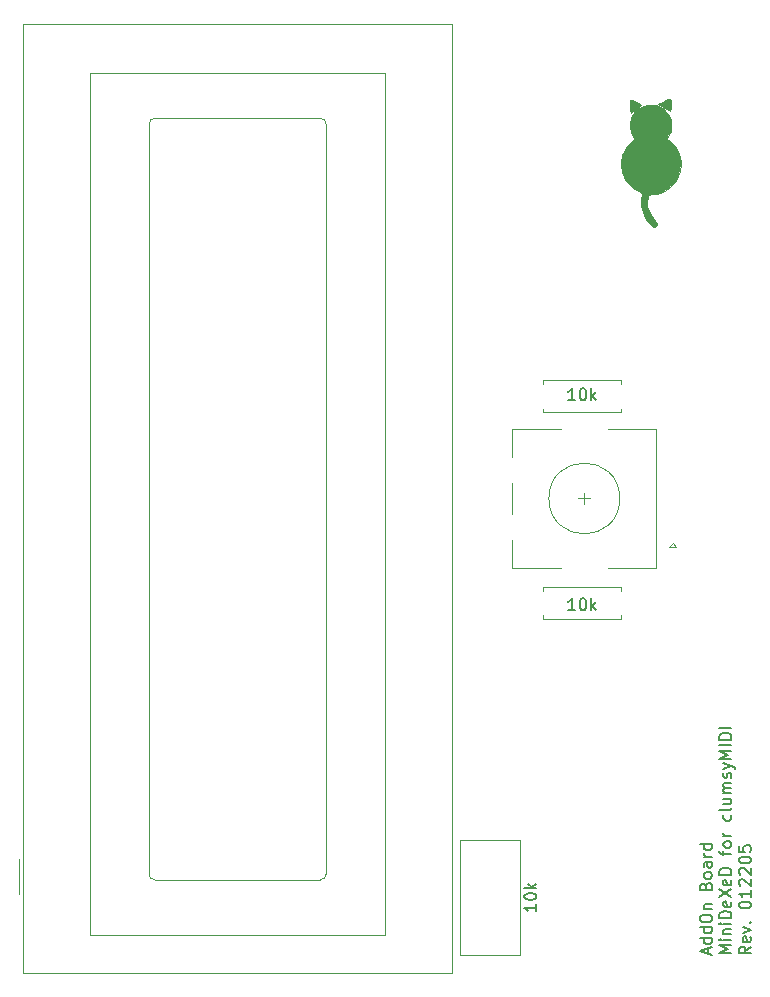
<source format=gto>
G04 #@! TF.GenerationSoftware,KiCad,Pcbnew,(5.1.9)-1*
G04 #@! TF.CreationDate,2022-05-06T12:13:32+02:00*
G04 #@! TF.ProjectId,cluimsyMIDI AddOn,636c7569-6d73-4794-9d49-444920416464,rev?*
G04 #@! TF.SameCoordinates,Original*
G04 #@! TF.FileFunction,Legend,Top*
G04 #@! TF.FilePolarity,Positive*
%FSLAX46Y46*%
G04 Gerber Fmt 4.6, Leading zero omitted, Abs format (unit mm)*
G04 Created by KiCad (PCBNEW (5.1.9)-1) date 2022-05-06 12:13:32*
%MOMM*%
%LPD*%
G01*
G04 APERTURE LIST*
%ADD10C,0.150000*%
%ADD11C,0.010000*%
%ADD12C,0.120000*%
G04 APERTURE END LIST*
D10*
X69636666Y-61942023D02*
X69636666Y-61465833D01*
X69922380Y-62037261D02*
X68922380Y-61703928D01*
X69922380Y-61370595D01*
X69922380Y-60608690D02*
X68922380Y-60608690D01*
X69874761Y-60608690D02*
X69922380Y-60703928D01*
X69922380Y-60894404D01*
X69874761Y-60989642D01*
X69827142Y-61037261D01*
X69731904Y-61084880D01*
X69446190Y-61084880D01*
X69350952Y-61037261D01*
X69303333Y-60989642D01*
X69255714Y-60894404D01*
X69255714Y-60703928D01*
X69303333Y-60608690D01*
X69922380Y-59703928D02*
X68922380Y-59703928D01*
X69874761Y-59703928D02*
X69922380Y-59799166D01*
X69922380Y-59989642D01*
X69874761Y-60084880D01*
X69827142Y-60132500D01*
X69731904Y-60180119D01*
X69446190Y-60180119D01*
X69350952Y-60132500D01*
X69303333Y-60084880D01*
X69255714Y-59989642D01*
X69255714Y-59799166D01*
X69303333Y-59703928D01*
X68922380Y-59037261D02*
X68922380Y-58846785D01*
X68970000Y-58751547D01*
X69065238Y-58656309D01*
X69255714Y-58608690D01*
X69589047Y-58608690D01*
X69779523Y-58656309D01*
X69874761Y-58751547D01*
X69922380Y-58846785D01*
X69922380Y-59037261D01*
X69874761Y-59132500D01*
X69779523Y-59227738D01*
X69589047Y-59275357D01*
X69255714Y-59275357D01*
X69065238Y-59227738D01*
X68970000Y-59132500D01*
X68922380Y-59037261D01*
X69255714Y-58180119D02*
X69922380Y-58180119D01*
X69350952Y-58180119D02*
X69303333Y-58132500D01*
X69255714Y-58037261D01*
X69255714Y-57894404D01*
X69303333Y-57799166D01*
X69398571Y-57751547D01*
X69922380Y-57751547D01*
X69398571Y-56180119D02*
X69446190Y-56037261D01*
X69493809Y-55989642D01*
X69589047Y-55942023D01*
X69731904Y-55942023D01*
X69827142Y-55989642D01*
X69874761Y-56037261D01*
X69922380Y-56132500D01*
X69922380Y-56513452D01*
X68922380Y-56513452D01*
X68922380Y-56180119D01*
X68970000Y-56084880D01*
X69017619Y-56037261D01*
X69112857Y-55989642D01*
X69208095Y-55989642D01*
X69303333Y-56037261D01*
X69350952Y-56084880D01*
X69398571Y-56180119D01*
X69398571Y-56513452D01*
X69922380Y-55370595D02*
X69874761Y-55465833D01*
X69827142Y-55513452D01*
X69731904Y-55561071D01*
X69446190Y-55561071D01*
X69350952Y-55513452D01*
X69303333Y-55465833D01*
X69255714Y-55370595D01*
X69255714Y-55227738D01*
X69303333Y-55132500D01*
X69350952Y-55084880D01*
X69446190Y-55037261D01*
X69731904Y-55037261D01*
X69827142Y-55084880D01*
X69874761Y-55132500D01*
X69922380Y-55227738D01*
X69922380Y-55370595D01*
X69922380Y-54180119D02*
X69398571Y-54180119D01*
X69303333Y-54227738D01*
X69255714Y-54322976D01*
X69255714Y-54513452D01*
X69303333Y-54608690D01*
X69874761Y-54180119D02*
X69922380Y-54275357D01*
X69922380Y-54513452D01*
X69874761Y-54608690D01*
X69779523Y-54656309D01*
X69684285Y-54656309D01*
X69589047Y-54608690D01*
X69541428Y-54513452D01*
X69541428Y-54275357D01*
X69493809Y-54180119D01*
X69922380Y-53703928D02*
X69255714Y-53703928D01*
X69446190Y-53703928D02*
X69350952Y-53656309D01*
X69303333Y-53608690D01*
X69255714Y-53513452D01*
X69255714Y-53418214D01*
X69922380Y-52656309D02*
X68922380Y-52656309D01*
X69874761Y-52656309D02*
X69922380Y-52751547D01*
X69922380Y-52942023D01*
X69874761Y-53037261D01*
X69827142Y-53084880D01*
X69731904Y-53132500D01*
X69446190Y-53132500D01*
X69350952Y-53084880D01*
X69303333Y-53037261D01*
X69255714Y-52942023D01*
X69255714Y-52751547D01*
X69303333Y-52656309D01*
X71572380Y-61894404D02*
X70572380Y-61894404D01*
X71286666Y-61561071D01*
X70572380Y-61227738D01*
X71572380Y-61227738D01*
X71572380Y-60751547D02*
X70905714Y-60751547D01*
X70572380Y-60751547D02*
X70620000Y-60799166D01*
X70667619Y-60751547D01*
X70620000Y-60703928D01*
X70572380Y-60751547D01*
X70667619Y-60751547D01*
X70905714Y-60275357D02*
X71572380Y-60275357D01*
X71000952Y-60275357D02*
X70953333Y-60227738D01*
X70905714Y-60132500D01*
X70905714Y-59989642D01*
X70953333Y-59894404D01*
X71048571Y-59846785D01*
X71572380Y-59846785D01*
X71572380Y-59370595D02*
X70905714Y-59370595D01*
X70572380Y-59370595D02*
X70620000Y-59418214D01*
X70667619Y-59370595D01*
X70620000Y-59322976D01*
X70572380Y-59370595D01*
X70667619Y-59370595D01*
X71572380Y-58894404D02*
X70572380Y-58894404D01*
X70572380Y-58656309D01*
X70620000Y-58513452D01*
X70715238Y-58418214D01*
X70810476Y-58370595D01*
X71000952Y-58322976D01*
X71143809Y-58322976D01*
X71334285Y-58370595D01*
X71429523Y-58418214D01*
X71524761Y-58513452D01*
X71572380Y-58656309D01*
X71572380Y-58894404D01*
X71524761Y-57513452D02*
X71572380Y-57608690D01*
X71572380Y-57799166D01*
X71524761Y-57894404D01*
X71429523Y-57942023D01*
X71048571Y-57942023D01*
X70953333Y-57894404D01*
X70905714Y-57799166D01*
X70905714Y-57608690D01*
X70953333Y-57513452D01*
X71048571Y-57465833D01*
X71143809Y-57465833D01*
X71239047Y-57942023D01*
X70572380Y-57132500D02*
X71572380Y-56465833D01*
X70572380Y-56465833D02*
X71572380Y-57132500D01*
X71524761Y-55703928D02*
X71572380Y-55799166D01*
X71572380Y-55989642D01*
X71524761Y-56084880D01*
X71429523Y-56132500D01*
X71048571Y-56132500D01*
X70953333Y-56084880D01*
X70905714Y-55989642D01*
X70905714Y-55799166D01*
X70953333Y-55703928D01*
X71048571Y-55656309D01*
X71143809Y-55656309D01*
X71239047Y-56132500D01*
X71572380Y-55227738D02*
X70572380Y-55227738D01*
X70572380Y-54989642D01*
X70620000Y-54846785D01*
X70715238Y-54751547D01*
X70810476Y-54703928D01*
X71000952Y-54656309D01*
X71143809Y-54656309D01*
X71334285Y-54703928D01*
X71429523Y-54751547D01*
X71524761Y-54846785D01*
X71572380Y-54989642D01*
X71572380Y-55227738D01*
X70905714Y-53608690D02*
X70905714Y-53227738D01*
X71572380Y-53465833D02*
X70715238Y-53465833D01*
X70620000Y-53418214D01*
X70572380Y-53322976D01*
X70572380Y-53227738D01*
X71572380Y-52751547D02*
X71524761Y-52846785D01*
X71477142Y-52894404D01*
X71381904Y-52942023D01*
X71096190Y-52942023D01*
X71000952Y-52894404D01*
X70953333Y-52846785D01*
X70905714Y-52751547D01*
X70905714Y-52608690D01*
X70953333Y-52513452D01*
X71000952Y-52465833D01*
X71096190Y-52418214D01*
X71381904Y-52418214D01*
X71477142Y-52465833D01*
X71524761Y-52513452D01*
X71572380Y-52608690D01*
X71572380Y-52751547D01*
X71572380Y-51989642D02*
X70905714Y-51989642D01*
X71096190Y-51989642D02*
X71000952Y-51942023D01*
X70953333Y-51894404D01*
X70905714Y-51799166D01*
X70905714Y-51703928D01*
X71524761Y-50180119D02*
X71572380Y-50275357D01*
X71572380Y-50465833D01*
X71524761Y-50561071D01*
X71477142Y-50608690D01*
X71381904Y-50656309D01*
X71096190Y-50656309D01*
X71000952Y-50608690D01*
X70953333Y-50561071D01*
X70905714Y-50465833D01*
X70905714Y-50275357D01*
X70953333Y-50180119D01*
X71572380Y-49608690D02*
X71524761Y-49703928D01*
X71429523Y-49751547D01*
X70572380Y-49751547D01*
X70905714Y-48799166D02*
X71572380Y-48799166D01*
X70905714Y-49227738D02*
X71429523Y-49227738D01*
X71524761Y-49180119D01*
X71572380Y-49084880D01*
X71572380Y-48942023D01*
X71524761Y-48846785D01*
X71477142Y-48799166D01*
X71572380Y-48322976D02*
X70905714Y-48322976D01*
X71000952Y-48322976D02*
X70953333Y-48275357D01*
X70905714Y-48180119D01*
X70905714Y-48037261D01*
X70953333Y-47942023D01*
X71048571Y-47894404D01*
X71572380Y-47894404D01*
X71048571Y-47894404D02*
X70953333Y-47846785D01*
X70905714Y-47751547D01*
X70905714Y-47608690D01*
X70953333Y-47513452D01*
X71048571Y-47465833D01*
X71572380Y-47465833D01*
X71524761Y-47037261D02*
X71572380Y-46942023D01*
X71572380Y-46751547D01*
X71524761Y-46656309D01*
X71429523Y-46608690D01*
X71381904Y-46608690D01*
X71286666Y-46656309D01*
X71239047Y-46751547D01*
X71239047Y-46894404D01*
X71191428Y-46989642D01*
X71096190Y-47037261D01*
X71048571Y-47037261D01*
X70953333Y-46989642D01*
X70905714Y-46894404D01*
X70905714Y-46751547D01*
X70953333Y-46656309D01*
X70905714Y-46275357D02*
X71572380Y-46037261D01*
X70905714Y-45799166D02*
X71572380Y-46037261D01*
X71810476Y-46132500D01*
X71858095Y-46180119D01*
X71905714Y-46275357D01*
X71572380Y-45418214D02*
X70572380Y-45418214D01*
X71286666Y-45084880D01*
X70572380Y-44751547D01*
X71572380Y-44751547D01*
X71572380Y-44275357D02*
X70572380Y-44275357D01*
X71572380Y-43799166D02*
X70572380Y-43799166D01*
X70572380Y-43561071D01*
X70620000Y-43418214D01*
X70715238Y-43322976D01*
X70810476Y-43275357D01*
X71000952Y-43227738D01*
X71143809Y-43227738D01*
X71334285Y-43275357D01*
X71429523Y-43322976D01*
X71524761Y-43418214D01*
X71572380Y-43561071D01*
X71572380Y-43799166D01*
X71572380Y-42799166D02*
X70572380Y-42799166D01*
X73222380Y-61322976D02*
X72746190Y-61656309D01*
X73222380Y-61894404D02*
X72222380Y-61894404D01*
X72222380Y-61513452D01*
X72270000Y-61418214D01*
X72317619Y-61370595D01*
X72412857Y-61322976D01*
X72555714Y-61322976D01*
X72650952Y-61370595D01*
X72698571Y-61418214D01*
X72746190Y-61513452D01*
X72746190Y-61894404D01*
X73174761Y-60513452D02*
X73222380Y-60608690D01*
X73222380Y-60799166D01*
X73174761Y-60894404D01*
X73079523Y-60942023D01*
X72698571Y-60942023D01*
X72603333Y-60894404D01*
X72555714Y-60799166D01*
X72555714Y-60608690D01*
X72603333Y-60513452D01*
X72698571Y-60465833D01*
X72793809Y-60465833D01*
X72889047Y-60942023D01*
X72555714Y-60132500D02*
X73222380Y-59894404D01*
X72555714Y-59656309D01*
X73127142Y-59275357D02*
X73174761Y-59227738D01*
X73222380Y-59275357D01*
X73174761Y-59322976D01*
X73127142Y-59275357D01*
X73222380Y-59275357D01*
X72222380Y-57846785D02*
X72222380Y-57751547D01*
X72270000Y-57656309D01*
X72317619Y-57608690D01*
X72412857Y-57561071D01*
X72603333Y-57513452D01*
X72841428Y-57513452D01*
X73031904Y-57561071D01*
X73127142Y-57608690D01*
X73174761Y-57656309D01*
X73222380Y-57751547D01*
X73222380Y-57846785D01*
X73174761Y-57942023D01*
X73127142Y-57989642D01*
X73031904Y-58037261D01*
X72841428Y-58084880D01*
X72603333Y-58084880D01*
X72412857Y-58037261D01*
X72317619Y-57989642D01*
X72270000Y-57942023D01*
X72222380Y-57846785D01*
X73222380Y-56561071D02*
X73222380Y-57132500D01*
X73222380Y-56846785D02*
X72222380Y-56846785D01*
X72365238Y-56942023D01*
X72460476Y-57037261D01*
X72508095Y-57132500D01*
X72317619Y-56180119D02*
X72270000Y-56132500D01*
X72222380Y-56037261D01*
X72222380Y-55799166D01*
X72270000Y-55703928D01*
X72317619Y-55656309D01*
X72412857Y-55608690D01*
X72508095Y-55608690D01*
X72650952Y-55656309D01*
X73222380Y-56227738D01*
X73222380Y-55608690D01*
X72317619Y-55227738D02*
X72270000Y-55180119D01*
X72222380Y-55084880D01*
X72222380Y-54846785D01*
X72270000Y-54751547D01*
X72317619Y-54703928D01*
X72412857Y-54656309D01*
X72508095Y-54656309D01*
X72650952Y-54703928D01*
X73222380Y-55275357D01*
X73222380Y-54656309D01*
X72222380Y-54037261D02*
X72222380Y-53942023D01*
X72270000Y-53846785D01*
X72317619Y-53799166D01*
X72412857Y-53751547D01*
X72603333Y-53703928D01*
X72841428Y-53703928D01*
X73031904Y-53751547D01*
X73127142Y-53799166D01*
X73174761Y-53846785D01*
X73222380Y-53942023D01*
X73222380Y-54037261D01*
X73174761Y-54132500D01*
X73127142Y-54180119D01*
X73031904Y-54227738D01*
X72841428Y-54275357D01*
X72603333Y-54275357D01*
X72412857Y-54227738D01*
X72317619Y-54180119D01*
X72270000Y-54132500D01*
X72222380Y-54037261D01*
X72222380Y-52799166D02*
X72222380Y-53275357D01*
X72698571Y-53322976D01*
X72650952Y-53275357D01*
X72603333Y-53180119D01*
X72603333Y-52942023D01*
X72650952Y-52846785D01*
X72698571Y-52799166D01*
X72793809Y-52751547D01*
X73031904Y-52751547D01*
X73127142Y-52799166D01*
X73174761Y-52846785D01*
X73222380Y-52942023D01*
X73222380Y-53180119D01*
X73174761Y-53275357D01*
X73127142Y-53322976D01*
D11*
G36*
X66428089Y10388771D02*
G01*
X66443741Y10267171D01*
X66441837Y10063051D01*
X66441052Y9957819D01*
X66434100Y9668967D01*
X66411688Y9498388D01*
X66371483Y9431319D01*
X66357500Y9429029D01*
X66266195Y9466629D01*
X66097628Y9562723D01*
X65883766Y9698727D01*
X65819907Y9741574D01*
X65365867Y10049826D01*
X65753065Y10210296D01*
X66057368Y10338615D01*
X66256744Y10416478D01*
X66373037Y10435868D01*
X66428089Y10388771D01*
G37*
X66428089Y10388771D02*
X66443741Y10267171D01*
X66441837Y10063051D01*
X66441052Y9957819D01*
X66434100Y9668967D01*
X66411688Y9498388D01*
X66371483Y9431319D01*
X66357500Y9429029D01*
X66266195Y9466629D01*
X66097628Y9562723D01*
X65883766Y9698727D01*
X65819907Y9741574D01*
X65365867Y10049826D01*
X65753065Y10210296D01*
X66057368Y10338615D01*
X66256744Y10416478D01*
X66373037Y10435868D01*
X66428089Y10388771D01*
G36*
X63207294Y10319162D02*
G01*
X63439355Y10234334D01*
X63486297Y10215003D01*
X63711716Y10113511D01*
X63876523Y10025537D01*
X63952519Y9966585D01*
X63954192Y9957756D01*
X63896342Y9899230D01*
X63762196Y9788390D01*
X63583839Y9649460D01*
X63393356Y9506659D01*
X63222832Y9384209D01*
X63104350Y9306330D01*
X63071041Y9291053D01*
X63052104Y9352226D01*
X63027203Y9513953D01*
X63001214Y9743544D01*
X62997035Y9787022D01*
X62977508Y10036568D01*
X62969029Y10235657D01*
X62973140Y10345493D01*
X62974621Y10351027D01*
X63043675Y10360374D01*
X63207294Y10319162D01*
G37*
X63207294Y10319162D02*
X63439355Y10234334D01*
X63486297Y10215003D01*
X63711716Y10113511D01*
X63876523Y10025537D01*
X63952519Y9966585D01*
X63954192Y9957756D01*
X63896342Y9899230D01*
X63762196Y9788390D01*
X63583839Y9649460D01*
X63393356Y9506659D01*
X63222832Y9384209D01*
X63104350Y9306330D01*
X63071041Y9291053D01*
X63052104Y9352226D01*
X63027203Y9513953D01*
X63001214Y9743544D01*
X62997035Y9787022D01*
X62977508Y10036568D01*
X62969029Y10235657D01*
X62973140Y10345493D01*
X62974621Y10351027D01*
X63043675Y10360374D01*
X63207294Y10319162D01*
G36*
X65226975Y9909467D02*
G01*
X65614529Y9760439D01*
X65961874Y9497732D01*
X65995458Y9464822D01*
X66234055Y9187912D01*
X66384725Y8904626D01*
X66467509Y8568410D01*
X66493932Y8306841D01*
X66504654Y8031323D01*
X66486742Y7829366D01*
X66429670Y7642077D01*
X66339921Y7445136D01*
X66154587Y7066327D01*
X66424200Y6842371D01*
X66773462Y6471333D01*
X67047837Y6014957D01*
X67231494Y5507833D01*
X67308602Y4984555D01*
X67310000Y4906718D01*
X67249094Y4378680D01*
X67076737Y3880781D01*
X66808466Y3429298D01*
X66459822Y3040509D01*
X66046342Y2730690D01*
X65583566Y2516120D01*
X65087032Y2413077D01*
X64923071Y2406316D01*
X64735332Y2396971D01*
X64629696Y2347408D01*
X64554815Y2225336D01*
X64524853Y2155876D01*
X64441088Y1787565D01*
X64471622Y1377571D01*
X64611393Y944409D01*
X64855336Y506596D01*
X65044598Y255377D01*
X65213260Y34966D01*
X65290470Y-121237D01*
X65284114Y-238485D01*
X65224526Y-320842D01*
X65094072Y-394092D01*
X64943517Y-360022D01*
X64758972Y-213000D01*
X64639337Y-83553D01*
X64289002Y402333D01*
X64056051Y909228D01*
X63947200Y1421256D01*
X63939776Y1570789D01*
X63944742Y1842155D01*
X63962931Y2089394D01*
X63987845Y2246492D01*
X64010402Y2361619D01*
X63989438Y2441866D01*
X63901350Y2515293D01*
X63722535Y2609959D01*
X63653634Y2643779D01*
X63220674Y2920953D01*
X62831572Y3295133D01*
X62522301Y3729874D01*
X62454123Y3859105D01*
X62365392Y4055811D01*
X62309836Y4231179D01*
X62279911Y4427568D01*
X62268077Y4687339D01*
X62266513Y4912895D01*
X62270439Y5236144D01*
X62287416Y5468705D01*
X62325242Y5653474D01*
X62391716Y5833342D01*
X62460954Y5982368D01*
X62626006Y6260462D01*
X62846785Y6552277D01*
X63014765Y6735242D01*
X63374137Y7087063D01*
X63245820Y7269979D01*
X63052922Y7659583D01*
X62976035Y8106348D01*
X62982869Y8353137D01*
X63087282Y8826388D01*
X63300150Y9233360D01*
X63607542Y9561549D01*
X63995521Y9798456D01*
X64450156Y9931579D01*
X64770000Y9956538D01*
X65226975Y9909467D01*
G37*
X65226975Y9909467D02*
X65614529Y9760439D01*
X65961874Y9497732D01*
X65995458Y9464822D01*
X66234055Y9187912D01*
X66384725Y8904626D01*
X66467509Y8568410D01*
X66493932Y8306841D01*
X66504654Y8031323D01*
X66486742Y7829366D01*
X66429670Y7642077D01*
X66339921Y7445136D01*
X66154587Y7066327D01*
X66424200Y6842371D01*
X66773462Y6471333D01*
X67047837Y6014957D01*
X67231494Y5507833D01*
X67308602Y4984555D01*
X67310000Y4906718D01*
X67249094Y4378680D01*
X67076737Y3880781D01*
X66808466Y3429298D01*
X66459822Y3040509D01*
X66046342Y2730690D01*
X65583566Y2516120D01*
X65087032Y2413077D01*
X64923071Y2406316D01*
X64735332Y2396971D01*
X64629696Y2347408D01*
X64554815Y2225336D01*
X64524853Y2155876D01*
X64441088Y1787565D01*
X64471622Y1377571D01*
X64611393Y944409D01*
X64855336Y506596D01*
X65044598Y255377D01*
X65213260Y34966D01*
X65290470Y-121237D01*
X65284114Y-238485D01*
X65224526Y-320842D01*
X65094072Y-394092D01*
X64943517Y-360022D01*
X64758972Y-213000D01*
X64639337Y-83553D01*
X64289002Y402333D01*
X64056051Y909228D01*
X63947200Y1421256D01*
X63939776Y1570789D01*
X63944742Y1842155D01*
X63962931Y2089394D01*
X63987845Y2246492D01*
X64010402Y2361619D01*
X63989438Y2441866D01*
X63901350Y2515293D01*
X63722535Y2609959D01*
X63653634Y2643779D01*
X63220674Y2920953D01*
X62831572Y3295133D01*
X62522301Y3729874D01*
X62454123Y3859105D01*
X62365392Y4055811D01*
X62309836Y4231179D01*
X62279911Y4427568D01*
X62268077Y4687339D01*
X62266513Y4912895D01*
X62270439Y5236144D01*
X62287416Y5468705D01*
X62325242Y5653474D01*
X62391716Y5833342D01*
X62460954Y5982368D01*
X62626006Y6260462D01*
X62846785Y6552277D01*
X63014765Y6735242D01*
X63374137Y7087063D01*
X63245820Y7269979D01*
X63052922Y7659583D01*
X62976035Y8106348D01*
X62982869Y8353137D01*
X63087282Y8826388D01*
X63300150Y9233360D01*
X63607542Y9561549D01*
X63995521Y9798456D01*
X64450156Y9931579D01*
X64770000Y9956538D01*
X65226975Y9909467D01*
D12*
X62130000Y-23380000D02*
G75*
G03*
X62130000Y-23380000I-3000000J0D01*
G01*
X57130000Y-29280000D02*
X53030000Y-29280000D01*
X53030000Y-17480000D02*
X57130000Y-17480000D01*
X61130000Y-17480000D02*
X65230000Y-17480000D01*
X61130000Y-29280000D02*
X65230000Y-29280000D01*
X65230000Y-29280000D02*
X65230000Y-17480000D01*
X66630000Y-27180000D02*
X66930000Y-27480000D01*
X66930000Y-27480000D02*
X66330000Y-27480000D01*
X66330000Y-27480000D02*
X66630000Y-27180000D01*
X53030000Y-29280000D02*
X53030000Y-26880000D01*
X53030000Y-24680000D02*
X53030000Y-22080000D01*
X53030000Y-19880000D02*
X53030000Y-17480000D01*
X59130000Y-23880000D02*
X59130000Y-22880000D01*
X59630000Y-23380000D02*
X58630000Y-23380000D01*
X62210000Y-33600000D02*
X62210000Y-33270000D01*
X55670000Y-33600000D02*
X62210000Y-33600000D01*
X55670000Y-33270000D02*
X55670000Y-33600000D01*
X62210000Y-30860000D02*
X62210000Y-31190000D01*
X55670000Y-30860000D02*
X62210000Y-30860000D01*
X55670000Y-31190000D02*
X55670000Y-30860000D01*
X62210000Y-16100000D02*
X62210000Y-15770000D01*
X55670000Y-16100000D02*
X62210000Y-16100000D01*
X55670000Y-15770000D02*
X55670000Y-16100000D01*
X62210000Y-13360000D02*
X62210000Y-13690000D01*
X55670000Y-13360000D02*
X62210000Y-13360000D01*
X55670000Y-13690000D02*
X55670000Y-13360000D01*
X53660000Y-62035000D02*
X48590000Y-62035000D01*
X53660000Y-52265000D02*
X48590000Y-52265000D01*
X48590000Y-52265000D02*
X48590000Y-62035000D01*
X53660000Y-52265000D02*
X53660000Y-62035000D01*
X42270000Y-60380000D02*
X17270000Y-60380000D01*
X42270000Y12620000D02*
X42270000Y-60380000D01*
X17270000Y12620000D02*
X42270000Y12620000D01*
X17270000Y-60380000D02*
X17270000Y12620000D01*
X22770000Y8820000D02*
X36770000Y8820000D01*
X37270000Y8320660D02*
X37270000Y-55180000D01*
X36769320Y-55679720D02*
X22770000Y-55679720D01*
X22270000Y-55180000D02*
X22270000Y8320000D01*
X11270000Y-56880000D02*
X11270000Y-53880000D01*
X11630000Y-63510000D02*
X11630000Y-62720000D01*
X11630000Y-63520000D02*
X47910000Y-63520000D01*
X11630000Y16760000D02*
X11630000Y-62720000D01*
X47910000Y16760000D02*
X11630000Y16760000D01*
X47910000Y-63520000D02*
X47910000Y16760000D01*
X22268460Y-55179340D02*
G75*
G03*
X22768840Y-55679720I500380J0D01*
G01*
X36769320Y-55679720D02*
G75*
G03*
X37269700Y-55179340I0J500380D01*
G01*
X37269700Y8320660D02*
G75*
G03*
X36769320Y8821040I-500380J0D01*
G01*
X22770000Y8820000D02*
G75*
G03*
X22270000Y8320000I0J-500000D01*
G01*
D10*
X58344761Y-32837380D02*
X57773333Y-32837380D01*
X58059047Y-32837380D02*
X58059047Y-31837380D01*
X57963809Y-31980238D01*
X57868571Y-32075476D01*
X57773333Y-32123095D01*
X58963809Y-31837380D02*
X59059047Y-31837380D01*
X59154285Y-31885000D01*
X59201904Y-31932619D01*
X59249523Y-32027857D01*
X59297142Y-32218333D01*
X59297142Y-32456428D01*
X59249523Y-32646904D01*
X59201904Y-32742142D01*
X59154285Y-32789761D01*
X59059047Y-32837380D01*
X58963809Y-32837380D01*
X58868571Y-32789761D01*
X58820952Y-32742142D01*
X58773333Y-32646904D01*
X58725714Y-32456428D01*
X58725714Y-32218333D01*
X58773333Y-32027857D01*
X58820952Y-31932619D01*
X58868571Y-31885000D01*
X58963809Y-31837380D01*
X59725714Y-32837380D02*
X59725714Y-31837380D01*
X59820952Y-32456428D02*
X60106666Y-32837380D01*
X60106666Y-32170714D02*
X59725714Y-32551666D01*
X58344761Y-15057380D02*
X57773333Y-15057380D01*
X58059047Y-15057380D02*
X58059047Y-14057380D01*
X57963809Y-14200238D01*
X57868571Y-14295476D01*
X57773333Y-14343095D01*
X58963809Y-14057380D02*
X59059047Y-14057380D01*
X59154285Y-14105000D01*
X59201904Y-14152619D01*
X59249523Y-14247857D01*
X59297142Y-14438333D01*
X59297142Y-14676428D01*
X59249523Y-14866904D01*
X59201904Y-14962142D01*
X59154285Y-15009761D01*
X59059047Y-15057380D01*
X58963809Y-15057380D01*
X58868571Y-15009761D01*
X58820952Y-14962142D01*
X58773333Y-14866904D01*
X58725714Y-14676428D01*
X58725714Y-14438333D01*
X58773333Y-14247857D01*
X58820952Y-14152619D01*
X58868571Y-14105000D01*
X58963809Y-14057380D01*
X59725714Y-15057380D02*
X59725714Y-14057380D01*
X59820952Y-14676428D02*
X60106666Y-15057380D01*
X60106666Y-14390714D02*
X59725714Y-14771666D01*
X55062380Y-57745238D02*
X55062380Y-58316666D01*
X55062380Y-58030952D02*
X54062380Y-58030952D01*
X54205238Y-58126190D01*
X54300476Y-58221428D01*
X54348095Y-58316666D01*
X54062380Y-57126190D02*
X54062380Y-57030952D01*
X54110000Y-56935714D01*
X54157619Y-56888095D01*
X54252857Y-56840476D01*
X54443333Y-56792857D01*
X54681428Y-56792857D01*
X54871904Y-56840476D01*
X54967142Y-56888095D01*
X55014761Y-56935714D01*
X55062380Y-57030952D01*
X55062380Y-57126190D01*
X55014761Y-57221428D01*
X54967142Y-57269047D01*
X54871904Y-57316666D01*
X54681428Y-57364285D01*
X54443333Y-57364285D01*
X54252857Y-57316666D01*
X54157619Y-57269047D01*
X54110000Y-57221428D01*
X54062380Y-57126190D01*
X55062380Y-56364285D02*
X54062380Y-56364285D01*
X54681428Y-56269047D02*
X55062380Y-55983333D01*
X54395714Y-55983333D02*
X54776666Y-56364285D01*
M02*

</source>
